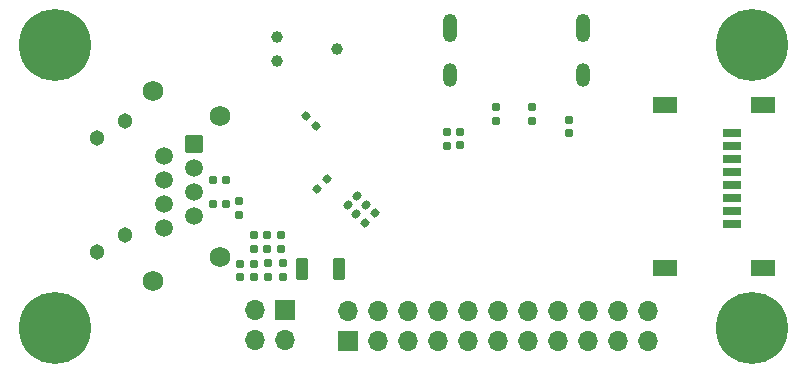
<source format=gbr>
%TF.GenerationSoftware,KiCad,Pcbnew,8.0.2-8.0.2-0~ubuntu22.04.1*%
%TF.CreationDate,2024-07-23T14:23:55-05:00*%
%TF.ProjectId,atslim-328,6174736c-696d-42d3-9332-382e6b696361,rev?*%
%TF.SameCoordinates,Original*%
%TF.FileFunction,Soldermask,Bot*%
%TF.FilePolarity,Negative*%
%FSLAX46Y46*%
G04 Gerber Fmt 4.6, Leading zero omitted, Abs format (unit mm)*
G04 Created by KiCad (PCBNEW 8.0.2-8.0.2-0~ubuntu22.04.1) date 2024-07-23 14:23:55*
%MOMM*%
%LPD*%
G01*
G04 APERTURE LIST*
G04 Aperture macros list*
%AMRoundRect*
0 Rectangle with rounded corners*
0 $1 Rounding radius*
0 $2 $3 $4 $5 $6 $7 $8 $9 X,Y pos of 4 corners*
0 Add a 4 corners polygon primitive as box body*
4,1,4,$2,$3,$4,$5,$6,$7,$8,$9,$2,$3,0*
0 Add four circle primitives for the rounded corners*
1,1,$1+$1,$2,$3*
1,1,$1+$1,$4,$5*
1,1,$1+$1,$6,$7*
1,1,$1+$1,$8,$9*
0 Add four rect primitives between the rounded corners*
20,1,$1+$1,$2,$3,$4,$5,0*
20,1,$1+$1,$4,$5,$6,$7,0*
20,1,$1+$1,$6,$7,$8,$9,0*
20,1,$1+$1,$8,$9,$2,$3,0*%
G04 Aperture macros list end*
%ADD10R,1.700000X1.700000*%
%ADD11O,1.700000X1.700000*%
%ADD12C,6.100000*%
%ADD13RoundRect,0.102000X-0.650000X0.650000X-0.650000X-0.650000X0.650000X-0.650000X0.650000X0.650000X0*%
%ADD14C,1.504000*%
%ADD15C,1.304000*%
%ADD16C,1.754000*%
%ADD17C,0.990600*%
%ADD18O,1.204000X2.404000*%
%ADD19O,1.204000X2.004000*%
%ADD20RoundRect,0.160000X-0.160000X0.197500X-0.160000X-0.197500X0.160000X-0.197500X0.160000X0.197500X0*%
%ADD21RoundRect,0.160000X0.160000X-0.197500X0.160000X0.197500X-0.160000X0.197500X-0.160000X-0.197500X0*%
%ADD22RoundRect,0.155000X-0.040659X-0.259862X0.259862X0.040659X0.040659X0.259862X-0.259862X-0.040659X0*%
%ADD23RoundRect,0.155000X-0.155000X0.212500X-0.155000X-0.212500X0.155000X-0.212500X0.155000X0.212500X0*%
%ADD24RoundRect,0.155000X0.155000X-0.212500X0.155000X0.212500X-0.155000X0.212500X-0.155000X-0.212500X0*%
%ADD25R,1.500000X0.800000*%
%ADD26R,2.000000X1.450000*%
%ADD27RoundRect,0.160000X0.026517X0.252791X-0.252791X-0.026517X-0.026517X-0.252791X0.252791X0.026517X0*%
%ADD28RoundRect,0.250000X0.275000X0.700000X-0.275000X0.700000X-0.275000X-0.700000X0.275000X-0.700000X0*%
%ADD29RoundRect,0.155000X-0.212500X-0.155000X0.212500X-0.155000X0.212500X0.155000X-0.212500X0.155000X0*%
%ADD30RoundRect,0.160000X-0.252791X0.026517X0.026517X-0.252791X0.252791X-0.026517X-0.026517X0.252791X0*%
G04 APERTURE END LIST*
D10*
%TO.C,J7*%
X94770000Y-97475000D03*
D11*
X94770000Y-100015000D03*
X92230000Y-97475000D03*
X92230000Y-100015000D03*
%TD*%
D12*
%TO.C,H2*%
X75330000Y-98970000D03*
%TD*%
D13*
%TO.C,J5*%
X87035000Y-83419000D03*
D14*
X84495000Y-84435000D03*
X87035000Y-85451000D03*
X84495000Y-86467000D03*
X87035000Y-87483000D03*
X84495000Y-88499000D03*
X87035000Y-89515000D03*
X84495000Y-90531000D03*
D15*
X81195000Y-91115000D03*
X78895000Y-92555000D03*
X81195000Y-81395000D03*
X78895000Y-82835000D03*
D16*
X89245000Y-80975000D03*
X89245000Y-92975000D03*
X83645000Y-95020000D03*
X83645000Y-78930000D03*
%TD*%
D12*
%TO.C,H3*%
X134330000Y-74970000D03*
%TD*%
D17*
%TO.C,J1*%
X99210000Y-75330000D03*
X94130000Y-76346000D03*
X94130000Y-74314000D03*
%TD*%
D12*
%TO.C,H4*%
X134330000Y-98970000D03*
%TD*%
%TO.C,H1*%
X75330000Y-74970000D03*
%TD*%
D10*
%TO.C,J6*%
X100125000Y-100025000D03*
D11*
X100125000Y-97485000D03*
X102665000Y-100025000D03*
X102665000Y-97485000D03*
X105205000Y-100025000D03*
X105205000Y-97485000D03*
X107745000Y-100025000D03*
X107745000Y-97485000D03*
X110285000Y-100025000D03*
X110285000Y-97485000D03*
X112825000Y-100025000D03*
X112825000Y-97485000D03*
X115365000Y-100025000D03*
X115365000Y-97485000D03*
X117905000Y-100025000D03*
X117905000Y-97485000D03*
X120445000Y-100025000D03*
X120445000Y-97485000D03*
X122985000Y-100025000D03*
X122985000Y-97485000D03*
X125525000Y-100025000D03*
X125525000Y-97485000D03*
%TD*%
D18*
%TO.C,J4*%
X120030000Y-73565000D03*
D19*
X108790000Y-77565000D03*
X120030000Y-77565000D03*
D18*
X108790000Y-73565000D03*
%TD*%
D20*
%TO.C,R15*%
X90895000Y-88187500D03*
X90895000Y-89382500D03*
%TD*%
D21*
%TO.C,R2*%
X108525000Y-83552500D03*
X108525000Y-82357500D03*
%TD*%
D22*
%TO.C,C8*%
X100813717Y-89336283D03*
X101616283Y-88533717D03*
%TD*%
D23*
%TO.C,C2*%
X109610000Y-82367500D03*
X109610000Y-83502500D03*
%TD*%
D24*
%TO.C,C15*%
X92120000Y-92247500D03*
X92120000Y-91112500D03*
%TD*%
D23*
%TO.C,C18*%
X94575000Y-93495000D03*
X94575000Y-94630000D03*
%TD*%
D21*
%TO.C,R7*%
X112665000Y-81427500D03*
X112665000Y-80232500D03*
%TD*%
D22*
%TO.C,C9*%
X100082434Y-88587566D03*
X100885000Y-87785000D03*
%TD*%
D25*
%TO.C,J3*%
X132625000Y-90170000D03*
X132625000Y-89070000D03*
X132625000Y-87970000D03*
X132625000Y-86870000D03*
X132625000Y-85770000D03*
X132625000Y-84670000D03*
X132625000Y-83570000D03*
X132625000Y-82470000D03*
D26*
X126925000Y-93845000D03*
X135225000Y-93845000D03*
X126925000Y-80095000D03*
X135225000Y-80095000D03*
%TD*%
D27*
%TO.C,R13*%
X102391213Y-89263787D03*
X101546221Y-90108779D03*
%TD*%
D21*
%TO.C,R8*%
X115665000Y-81422500D03*
X115665000Y-80227500D03*
%TD*%
D24*
%TO.C,C14*%
X93290000Y-92247500D03*
X93290000Y-91112500D03*
%TD*%
D28*
%TO.C,FB1*%
X99335000Y-93995000D03*
X96185000Y-93995000D03*
%TD*%
D23*
%TO.C,C19*%
X91005000Y-93505000D03*
X91005000Y-94640000D03*
%TD*%
D29*
%TO.C,C11*%
X88652500Y-88440000D03*
X89787500Y-88440000D03*
%TD*%
D27*
%TO.C,R17*%
X98367496Y-86307504D03*
X97522504Y-87152496D03*
%TD*%
D23*
%TO.C,C17*%
X93375000Y-93485000D03*
X93375000Y-94620000D03*
%TD*%
%TO.C,C3*%
X118860000Y-81342500D03*
X118860000Y-82477500D03*
%TD*%
%TO.C,C16*%
X92175000Y-93505000D03*
X92175000Y-94640000D03*
%TD*%
D24*
%TO.C,C13*%
X94450000Y-92247500D03*
X94450000Y-91112500D03*
%TD*%
D30*
%TO.C,R18*%
X96592504Y-81052504D03*
X97437496Y-81897496D03*
%TD*%
D29*
%TO.C,C12*%
X88647500Y-86425000D03*
X89782500Y-86425000D03*
%TD*%
M02*

</source>
